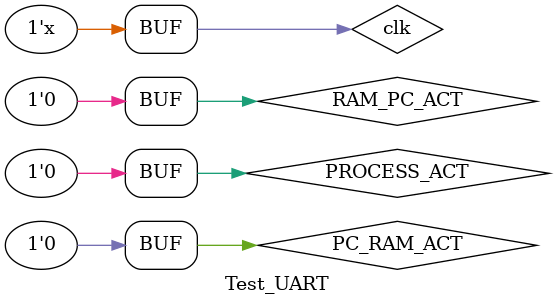
<source format=v>
`timescale 1ns / 1ps
module Test_UART;

	// Inputs
	reg clk;
	reg PC_RAM_ACT;
	reg RAM_PC_ACT;
	reg PROCESS_ACT;

	// Instantiate the Unit Under Test (UUT)
	Top uut (
		.clk(clk), 
		.PC_RAM_ACT(PC_RAM_ACT), 
		.RAM_PC_ACT(RAM_PC_ACT), 
		.PROCESS_ACT(PROCESS_ACT)
	);

	always #5 clk=~clk;
	
	initial begin
		// Initialize Inputs
		clk = 0;
		PC_RAM_ACT = 0;
		RAM_PC_ACT = 0;
		PROCESS_ACT = 0;
		
		#0.1 RAM_PC_ACT=~RAM_PC_ACT;
		#0.1 RAM_PC_ACT=~RAM_PC_ACT;
		#0.1 RAM_PC_ACT=~RAM_PC_ACT;
		#0.1 RAM_PC_ACT=~RAM_PC_ACT;
		#0.1 RAM_PC_ACT=~RAM_PC_ACT;
		#0.1 RAM_PC_ACT=~RAM_PC_ACT;
		#0.1 RAM_PC_ACT=~RAM_PC_ACT;
		#0.1 RAM_PC_ACT=~RAM_PC_ACT;
		#0.1 RAM_PC_ACT=~RAM_PC_ACT;
		#0.1 RAM_PC_ACT=~RAM_PC_ACT;
			#0.1 RAM_PC_ACT=~RAM_PC_ACT;
		#0.1 RAM_PC_ACT=~RAM_PC_ACT;
		#0.1 RAM_PC_ACT=~RAM_PC_ACT;
		#0.1 RAM_PC_ACT=~RAM_PC_ACT;
		#0.1 RAM_PC_ACT=~RAM_PC_ACT;
		#0.1 RAM_PC_ACT=~RAM_PC_ACT;
		#0.1 RAM_PC_ACT=~RAM_PC_ACT;
		#0.1 RAM_PC_ACT=~RAM_PC_ACT;
		#0.1 RAM_PC_ACT=~RAM_PC_ACT;
		#0.1 RAM_PC_ACT=~RAM_PC_ACT;
			#0.1 RAM_PC_ACT=~RAM_PC_ACT;
		#0.1 RAM_PC_ACT=~RAM_PC_ACT;
		#0.1 RAM_PC_ACT=~RAM_PC_ACT;
		#0.1 RAM_PC_ACT=~RAM_PC_ACT;
		#0.1 RAM_PC_ACT=~RAM_PC_ACT;
		#0.1 RAM_PC_ACT=~RAM_PC_ACT;
		#0.1 RAM_PC_ACT=~RAM_PC_ACT;
		#0.1 RAM_PC_ACT=~RAM_PC_ACT;
		#0.1 RAM_PC_ACT=~RAM_PC_ACT;
		#0.1 RAM_PC_ACT=~RAM_PC_ACT;
			#0.1 RAM_PC_ACT=~RAM_PC_ACT;
		#0.1 RAM_PC_ACT=~RAM_PC_ACT;
		#0.1 RAM_PC_ACT=~RAM_PC_ACT;
		#0.1 RAM_PC_ACT=~RAM_PC_ACT;
		#0.1 RAM_PC_ACT=~RAM_PC_ACT;
		#0.1 RAM_PC_ACT=~RAM_PC_ACT;
		#0.1 RAM_PC_ACT=~RAM_PC_ACT;
		#0.1 RAM_PC_ACT=~RAM_PC_ACT;
		#0.1 RAM_PC_ACT=~RAM_PC_ACT;
		#0.1 RAM_PC_ACT=~RAM_PC_ACT;
			#0.1 RAM_PC_ACT=~RAM_PC_ACT;
		#0.1 RAM_PC_ACT=~RAM_PC_ACT;
		#0.1 RAM_PC_ACT=~RAM_PC_ACT;
		#0.1 RAM_PC_ACT=~RAM_PC_ACT;
		#0.1 RAM_PC_ACT=~RAM_PC_ACT;
		#0.1 RAM_PC_ACT=~RAM_PC_ACT;
		#0.1 RAM_PC_ACT=~RAM_PC_ACT;
		#0.1 RAM_PC_ACT=~RAM_PC_ACT;
		#0.1 RAM_PC_ACT=~RAM_PC_ACT;
		#0.1 RAM_PC_ACT=~RAM_PC_ACT;

		#0.1 RAM_PC_ACT=~RAM_PC_ACT;
		#0.1 RAM_PC_ACT=~RAM_PC_ACT;
		#0.1 RAM_PC_ACT=~RAM_PC_ACT;
		#0.1 RAM_PC_ACT=~RAM_PC_ACT;
		#0.1 RAM_PC_ACT=~RAM_PC_ACT;
		#0.1 RAM_PC_ACT=~RAM_PC_ACT;
		#0.1 RAM_PC_ACT=~RAM_PC_ACT;
		#0.1 RAM_PC_ACT=~RAM_PC_ACT;
		#0.1 RAM_PC_ACT=~RAM_PC_ACT;
		#0.1 RAM_PC_ACT=~RAM_PC_ACT;
			#0.1 RAM_PC_ACT=~RAM_PC_ACT;
		#0.1 RAM_PC_ACT=~RAM_PC_ACT;
		#0.1 RAM_PC_ACT=~RAM_PC_ACT;
		#0.1 RAM_PC_ACT=~RAM_PC_ACT;
		#0.1 RAM_PC_ACT=~RAM_PC_ACT;
		#0.1 RAM_PC_ACT=~RAM_PC_ACT;
		#0.1 RAM_PC_ACT=~RAM_PC_ACT;
		#0.1 RAM_PC_ACT=~RAM_PC_ACT;
		#0.1 RAM_PC_ACT=~RAM_PC_ACT;
		#0.1 RAM_PC_ACT=~RAM_PC_ACT;
			#0.1 RAM_PC_ACT=~RAM_PC_ACT;
		#0.1 RAM_PC_ACT=~RAM_PC_ACT;
		#0.1 RAM_PC_ACT=~RAM_PC_ACT;
		#0.1 RAM_PC_ACT=~RAM_PC_ACT;
		#0.1 RAM_PC_ACT=~RAM_PC_ACT;
		#0.1 RAM_PC_ACT=~RAM_PC_ACT;
		#0.1 RAM_PC_ACT=~RAM_PC_ACT;
		#0.1 RAM_PC_ACT=~RAM_PC_ACT;
		#0.1 RAM_PC_ACT=~RAM_PC_ACT;
		#0.1 RAM_PC_ACT=~RAM_PC_ACT;
			#0.1 RAM_PC_ACT=~RAM_PC_ACT;
		#0.1 RAM_PC_ACT=~RAM_PC_ACT;
		#0.1 RAM_PC_ACT=~RAM_PC_ACT;
		#0.1 RAM_PC_ACT=~RAM_PC_ACT;
		#0.1 RAM_PC_ACT=~RAM_PC_ACT;
		#0.1 RAM_PC_ACT=~RAM_PC_ACT;
		#0.1 RAM_PC_ACT=~RAM_PC_ACT;
		#0.1 RAM_PC_ACT=~RAM_PC_ACT;
		#0.1 RAM_PC_ACT=~RAM_PC_ACT;
		#0.1 RAM_PC_ACT=~RAM_PC_ACT;
			#0.1 RAM_PC_ACT=~RAM_PC_ACT;
		#0.1 RAM_PC_ACT=~RAM_PC_ACT;
		#0.1 RAM_PC_ACT=~RAM_PC_ACT;
		#0.1 RAM_PC_ACT=~RAM_PC_ACT;
		#0.1 RAM_PC_ACT=~RAM_PC_ACT;
		#0.1 RAM_PC_ACT=~RAM_PC_ACT;
		#0.1 RAM_PC_ACT=~RAM_PC_ACT;
		#0.1 RAM_PC_ACT=~RAM_PC_ACT;
		#0.1 RAM_PC_ACT=~RAM_PC_ACT;
		#0.1 RAM_PC_ACT=~RAM_PC_ACT;
		#0.1 RAM_PC_ACT=~RAM_PC_ACT;
		#0.1 RAM_PC_ACT=~RAM_PC_ACT;
		#0.1 RAM_PC_ACT=~RAM_PC_ACT;
		#0.1 RAM_PC_ACT=~RAM_PC_ACT;
		#0.1 RAM_PC_ACT=~RAM_PC_ACT;
		#0.1 RAM_PC_ACT=~RAM_PC_ACT;
		#0.1 RAM_PC_ACT=~RAM_PC_ACT;
		#0.1 RAM_PC_ACT=~RAM_PC_ACT;
		#0.1 RAM_PC_ACT=~RAM_PC_ACT;
		#0.1 RAM_PC_ACT=~RAM_PC_ACT;
			#0.1 RAM_PC_ACT=~RAM_PC_ACT;
		#0.1 RAM_PC_ACT=~RAM_PC_ACT;
		#0.1 RAM_PC_ACT=~RAM_PC_ACT;
		#0.1 RAM_PC_ACT=~RAM_PC_ACT;
		#0.1 RAM_PC_ACT=~RAM_PC_ACT;
		#0.1 RAM_PC_ACT=~RAM_PC_ACT;
		#0.1 RAM_PC_ACT=~RAM_PC_ACT;
		#0.1 RAM_PC_ACT=~RAM_PC_ACT;
		#0.1 RAM_PC_ACT=~RAM_PC_ACT;
		#0.1 RAM_PC_ACT=~RAM_PC_ACT;
			#0.1 RAM_PC_ACT=~RAM_PC_ACT;
		#0.1 RAM_PC_ACT=~RAM_PC_ACT;
		#0.1 RAM_PC_ACT=~RAM_PC_ACT;
		#0.1 RAM_PC_ACT=~RAM_PC_ACT;
		#0.1 RAM_PC_ACT=~RAM_PC_ACT;
		#0.1 RAM_PC_ACT=~RAM_PC_ACT;
		#0.1 RAM_PC_ACT=~RAM_PC_ACT;
		#0.1 RAM_PC_ACT=~RAM_PC_ACT;
		#0.1 RAM_PC_ACT=~RAM_PC_ACT;
		#0.1 RAM_PC_ACT=~RAM_PC_ACT;
			#0.1 RAM_PC_ACT=~RAM_PC_ACT;
		#0.1 RAM_PC_ACT=~RAM_PC_ACT;
		#0.1 RAM_PC_ACT=~RAM_PC_ACT;
		#0.1 RAM_PC_ACT=~RAM_PC_ACT;
		#0.1 RAM_PC_ACT=~RAM_PC_ACT;
		#0.1 RAM_PC_ACT=~RAM_PC_ACT;
		#0.1 RAM_PC_ACT=~RAM_PC_ACT;
		#0.1 RAM_PC_ACT=~RAM_PC_ACT;
		#0.1 RAM_PC_ACT=~RAM_PC_ACT;
		#0.1 RAM_PC_ACT=~RAM_PC_ACT;
			#0.1 RAM_PC_ACT=~RAM_PC_ACT;
		#0.1 RAM_PC_ACT=~RAM_PC_ACT;
		#0.1 RAM_PC_ACT=~RAM_PC_ACT;
		#0.1 RAM_PC_ACT=~RAM_PC_ACT;
		#0.1 RAM_PC_ACT=~RAM_PC_ACT;
		#0.1 RAM_PC_ACT=~RAM_PC_ACT;
		#0.1 RAM_PC_ACT=~RAM_PC_ACT;
		#0.1 RAM_PC_ACT=~RAM_PC_ACT;
		#0.1 RAM_PC_ACT=~RAM_PC_ACT;
		#0.1 RAM_PC_ACT=~RAM_PC_ACT;
		#0.1 RAM_PC_ACT=~RAM_PC_ACT;
		#0.1 RAM_PC_ACT=~RAM_PC_ACT;
		#0.1 RAM_PC_ACT=~RAM_PC_ACT;
		#0.1 RAM_PC_ACT=~RAM_PC_ACT;
		#0.1 RAM_PC_ACT=~RAM_PC_ACT;
		#0.1 RAM_PC_ACT=~RAM_PC_ACT;
		#0.1 RAM_PC_ACT=~RAM_PC_ACT;
		#0.1 RAM_PC_ACT=~RAM_PC_ACT;
		#0.1 RAM_PC_ACT=~RAM_PC_ACT;
		#0.1 RAM_PC_ACT=~RAM_PC_ACT;
			#0.1 RAM_PC_ACT=~RAM_PC_ACT;
		#0.1 RAM_PC_ACT=~RAM_PC_ACT;
		#0.1 RAM_PC_ACT=~RAM_PC_ACT;
		#0.1 RAM_PC_ACT=~RAM_PC_ACT;
		#0.1 RAM_PC_ACT=~RAM_PC_ACT;
		#0.1 RAM_PC_ACT=~RAM_PC_ACT;
		#0.1 RAM_PC_ACT=~RAM_PC_ACT;
		#0.1 RAM_PC_ACT=~RAM_PC_ACT;
		#0.1 RAM_PC_ACT=~RAM_PC_ACT;
		#0.1 RAM_PC_ACT=~RAM_PC_ACT;
			#0.1 RAM_PC_ACT=~RAM_PC_ACT;
		#0.1 RAM_PC_ACT=~RAM_PC_ACT;
		#0.1 RAM_PC_ACT=~RAM_PC_ACT;
		#0.1 RAM_PC_ACT=~RAM_PC_ACT;
		#0.1 RAM_PC_ACT=~RAM_PC_ACT;
		#0.1 RAM_PC_ACT=~RAM_PC_ACT;
		#0.1 RAM_PC_ACT=~RAM_PC_ACT;
		#0.1 RAM_PC_ACT=~RAM_PC_ACT;
		#0.1 RAM_PC_ACT=~RAM_PC_ACT;
		#0.1 RAM_PC_ACT=~RAM_PC_ACT;
			#0.1 RAM_PC_ACT=~RAM_PC_ACT;
		#0.1 RAM_PC_ACT=~RAM_PC_ACT;
		#0.1 RAM_PC_ACT=~RAM_PC_ACT;
		#0.1 RAM_PC_ACT=~RAM_PC_ACT;
		#0.1 RAM_PC_ACT=~RAM_PC_ACT;
		#0.1 RAM_PC_ACT=~RAM_PC_ACT;
		#0.1 RAM_PC_ACT=~RAM_PC_ACT;
		#0.1 RAM_PC_ACT=~RAM_PC_ACT;
		#0.1 RAM_PC_ACT=~RAM_PC_ACT;
		#0.1 RAM_PC_ACT=~RAM_PC_ACT;
			#0.1 RAM_PC_ACT=~RAM_PC_ACT;
		#0.1 RAM_PC_ACT=~RAM_PC_ACT;
		#0.1 RAM_PC_ACT=~RAM_PC_ACT;
		#0.1 RAM_PC_ACT=~RAM_PC_ACT;
		#0.1 RAM_PC_ACT=~RAM_PC_ACT;
		#0.1 RAM_PC_ACT=~RAM_PC_ACT;
		#0.1 RAM_PC_ACT=~RAM_PC_ACT;
		#0.1 RAM_PC_ACT=~RAM_PC_ACT;
		#0.1 RAM_PC_ACT=~RAM_PC_ACT;
		#0.1 RAM_PC_ACT=~RAM_PC_ACT;
		#0.1 RAM_PC_ACT=~RAM_PC_ACT;
		#0.1 RAM_PC_ACT=~RAM_PC_ACT;
		#0.1 RAM_PC_ACT=~RAM_PC_ACT;
		#0.1 RAM_PC_ACT=~RAM_PC_ACT;
		#0.1 RAM_PC_ACT=~RAM_PC_ACT;
		#0.1 RAM_PC_ACT=~RAM_PC_ACT;
		#0.1 RAM_PC_ACT=~RAM_PC_ACT;
		#0.1 RAM_PC_ACT=~RAM_PC_ACT;
		#0.1 RAM_PC_ACT=~RAM_PC_ACT;
		#0.1 RAM_PC_ACT=~RAM_PC_ACT;
			#0.1 RAM_PC_ACT=~RAM_PC_ACT;
		#0.1 RAM_PC_ACT=~RAM_PC_ACT;
		#0.1 RAM_PC_ACT=~RAM_PC_ACT;
		#0.1 RAM_PC_ACT=~RAM_PC_ACT;
		#0.1 RAM_PC_ACT=~RAM_PC_ACT;
		#0.1 RAM_PC_ACT=~RAM_PC_ACT;
		#0.1 RAM_PC_ACT=~RAM_PC_ACT;
		#0.1 RAM_PC_ACT=~RAM_PC_ACT;
		#0.1 RAM_PC_ACT=~RAM_PC_ACT;
		#0.1 RAM_PC_ACT=~RAM_PC_ACT;
			#0.1 RAM_PC_ACT=~RAM_PC_ACT;
		#0.1 RAM_PC_ACT=~RAM_PC_ACT;
		#0.1 RAM_PC_ACT=~RAM_PC_ACT;
		#0.1 RAM_PC_ACT=~RAM_PC_ACT;
		#0.1 RAM_PC_ACT=~RAM_PC_ACT;
		#0.1 RAM_PC_ACT=~RAM_PC_ACT;
		#0.1 RAM_PC_ACT=~RAM_PC_ACT;
		#0.1 RAM_PC_ACT=~RAM_PC_ACT;
		#0.1 RAM_PC_ACT=~RAM_PC_ACT;
		#0.1 RAM_PC_ACT=~RAM_PC_ACT;
			#0.1 RAM_PC_ACT=~RAM_PC_ACT;
		#0.1 RAM_PC_ACT=~RAM_PC_ACT;
		#0.1 RAM_PC_ACT=~RAM_PC_ACT;
		#0.1 RAM_PC_ACT=~RAM_PC_ACT;
		#0.1 RAM_PC_ACT=~RAM_PC_ACT;
		#0.1 RAM_PC_ACT=~RAM_PC_ACT;
		#0.1 RAM_PC_ACT=~RAM_PC_ACT;
		#0.1 RAM_PC_ACT=~RAM_PC_ACT;
		#0.1 RAM_PC_ACT=~RAM_PC_ACT;
		#0.1 RAM_PC_ACT=~RAM_PC_ACT;
			#0.1 RAM_PC_ACT=~RAM_PC_ACT;
		#0.1 RAM_PC_ACT=~RAM_PC_ACT;
		#0.1 RAM_PC_ACT=~RAM_PC_ACT;
		#0.1 RAM_PC_ACT=~RAM_PC_ACT;
		#0.1 RAM_PC_ACT=~RAM_PC_ACT;
		#0.1 RAM_PC_ACT=~RAM_PC_ACT;
		#0.1 RAM_PC_ACT=~RAM_PC_ACT;
		#0.1 RAM_PC_ACT=~RAM_PC_ACT;
		#0.1 RAM_PC_ACT=~RAM_PC_ACT;
		#0.1 RAM_PC_ACT=~RAM_PC_ACT;
		#0.1 RAM_PC_ACT=~RAM_PC_ACT;
		#0.1 RAM_PC_ACT=~RAM_PC_ACT;
		#0.1 RAM_PC_ACT=~RAM_PC_ACT;
		#0.1 RAM_PC_ACT=~RAM_PC_ACT;
		#0.1 RAM_PC_ACT=~RAM_PC_ACT;
		#0.1 RAM_PC_ACT=~RAM_PC_ACT;
		#0.1 RAM_PC_ACT=~RAM_PC_ACT;
		#0.1 RAM_PC_ACT=~RAM_PC_ACT;
		#0.1 RAM_PC_ACT=~RAM_PC_ACT;
		#0.1 RAM_PC_ACT=~RAM_PC_ACT;
			#0.1 RAM_PC_ACT=~RAM_PC_ACT;
		#0.1 RAM_PC_ACT=~RAM_PC_ACT;
		#0.1 RAM_PC_ACT=~RAM_PC_ACT;
		#0.1 RAM_PC_ACT=~RAM_PC_ACT;
		#0.1 RAM_PC_ACT=~RAM_PC_ACT;
		#0.1 RAM_PC_ACT=~RAM_PC_ACT;
		#0.1 RAM_PC_ACT=~RAM_PC_ACT;
		#0.1 RAM_PC_ACT=~RAM_PC_ACT;
		#0.1 RAM_PC_ACT=~RAM_PC_ACT;
		#0.1 RAM_PC_ACT=~RAM_PC_ACT;
			#0.1 RAM_PC_ACT=~RAM_PC_ACT;
		#0.1 RAM_PC_ACT=~RAM_PC_ACT;
		#0.1 RAM_PC_ACT=~RAM_PC_ACT;
		#0.1 RAM_PC_ACT=~RAM_PC_ACT;
		#0.1 RAM_PC_ACT=~RAM_PC_ACT;
		#0.1 RAM_PC_ACT=~RAM_PC_ACT;
		#0.1 RAM_PC_ACT=~RAM_PC_ACT;
		#0.1 RAM_PC_ACT=~RAM_PC_ACT;
		#0.1 RAM_PC_ACT=~RAM_PC_ACT;
		#0.1 RAM_PC_ACT=~RAM_PC_ACT;
			#0.1 RAM_PC_ACT=~RAM_PC_ACT;
		#0.1 RAM_PC_ACT=~RAM_PC_ACT;
		#0.1 RAM_PC_ACT=~RAM_PC_ACT;
		#0.1 RAM_PC_ACT=~RAM_PC_ACT;
		#0.1 RAM_PC_ACT=~RAM_PC_ACT;
		#0.1 RAM_PC_ACT=~RAM_PC_ACT;
		#0.1 RAM_PC_ACT=~RAM_PC_ACT;
		#0.1 RAM_PC_ACT=~RAM_PC_ACT;
		#0.1 RAM_PC_ACT=~RAM_PC_ACT;
		#0.1 RAM_PC_ACT=~RAM_PC_ACT;
			#0.1 RAM_PC_ACT=~RAM_PC_ACT;
		#0.1 RAM_PC_ACT=~RAM_PC_ACT;
		#0.1 RAM_PC_ACT=~RAM_PC_ACT;
		#0.1 RAM_PC_ACT=~RAM_PC_ACT;
		#0.1 RAM_PC_ACT=~RAM_PC_ACT;
		#0.1 RAM_PC_ACT=~RAM_PC_ACT;
		#0.1 RAM_PC_ACT=~RAM_PC_ACT;
		#0.1 RAM_PC_ACT=~RAM_PC_ACT;
		#0.1 RAM_PC_ACT=~RAM_PC_ACT;
		#0.1 RAM_PC_ACT=~RAM_PC_ACT;		
		#100;
        
		// Add stimulus here

	end
      
endmodule


</source>
